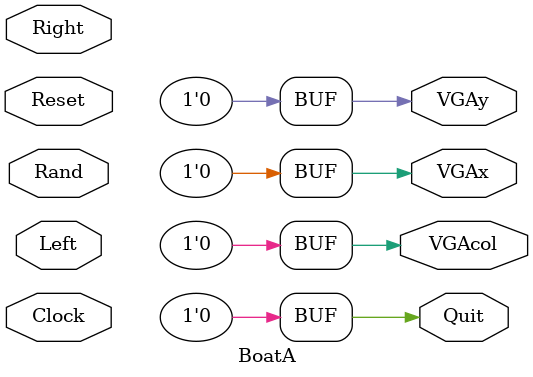
<source format=v>
module BoatA(Left, Right, Reset, Rand, Clock, VGAx, VGAy, VGAcol, Quit);
	input Left;
	input Right;
	input Reset;
	input [15:0]Rand;
	input Clock;
	
	output VGAx;
	output VGAy;
	output VGAcol;
	output Quit;
	
	reg [21:0]ticks;
	reg [2:0]frames;
	
	parameter tperf = 22'd2; //3.125*10^6 ticks per frame - 2 ticks per frame while testing
	parameter fperb = 4'b1000; //8 frames per beat
	
	reg [1:0]position; //00:left; 01:centre; 10:right
	reg [1:0]direction; //0x:no movement; 10: right; 11: left
	reg [5:0]flcrew; //LSB: deck; MSB: water
	reg [5:0]mlcrew; //LSB: deck; MSB: water
	reg [5:0]mrcrew; //LSB: deck; MSB: water
	reg [5:0]frcrew; //LSB: deck; MSB: water
	reg [2:0]corpses;
	reg [2:0]leftvol; //crew in left boat;
	reg [2:0]rightvol; //crew in right boat;
	
	reg [9:0]score;
	reg [1:0]lives; //lives used
	
	always @ (posedge Clock) begin
		if (Reset) begin
			ticks = 0;
			frames = 0;
			position = 1;
			direction = 0;
			flcrew = 0;
			mlcrew = 0;
			mrcrew = 0;
			frcrew = 0;
			corpses = 0;
			leftvol = 0;
			rightvol = 0;
			score = 0;
			lives = 0;
		end else begin
			ticks = ticks + 1;
			if (ticks == tperf) begin //every frame
				ticks = 0;
				frames = frames + 1;
				if (direction[1]) begin //if input
					if (direction[0] && |position) begin //if left and position != 00
						position = position - 1; //move left
					end else if (~direction[0] && ~position[1]) begin //if right and position !=10
						position = position + 1; //move right
					end
					direction = 2'b00;
				end
				if (~|position) begin //empty boat and score
					score = score + leftvol;
					leftvol = 0;
				end else if (position[1]) begin
					score = score + rightvol;
					rightvol = 0;
				end
			end
			if (frames == fperb) begin //every beat
				frames = 0;
				corpses = 3'b000;
				if (flcrew[5]) begin //if crew about to fall in water
					if (position[0] && ~leftvol[2]) begin //if boat under crew && has room
						leftvol = leftvol + 1;
					end else begin
						lives = lives + 1;
						corpses = 3'b100;
					end
				end else if (mlcrew[5]) begin
					if (position[1] && ~leftvol[2]) begin
						leftvol = leftvol + 1;
					end else begin
						lives = lives + 1;
						corpses = 3'b101;
					end
				end else if (mrcrew[5]) begin
					if (~|position && ~rightvol[2]) begin
						rightvol = rightvol + 1;
					end else begin
						lives = lives + 1;
						corpses = 3'b110;
					end
				end else if (frcrew[5]) begin
					if (position[1] && ~rightvol[2]) begin
						rightvol = rightvol + 1;
					end else begin
						lives = lives + 1;
						corpses = 3'b111;
					end
				end
				flcrew = flcrew << 1; //move crew
				mlcrew = mlcrew << 1;
				mrcrew = mrcrew << 1;
				frcrew = frcrew << 1;
				case (Rand%4) //add crew
					0: flcrew[0] = 1;
					1: mlcrew[0] = 1;
					2: mrcrew[0] = 1;
					3: frcrew[0] = 1;
				endcase
			end //(frames == fperb)
			if (Left && ~Right) begin
				direction = 2'b11;
			end else if (Right && ~Left) begin
				direction = 2'b10;
			end
		end //always @ (posedge Clock)
	end
	
	assign VGAx = 0;
	assign VGAy = 0;
	assign VGAcol = 0;
	assign Quit = 0;
endmodule

</source>
